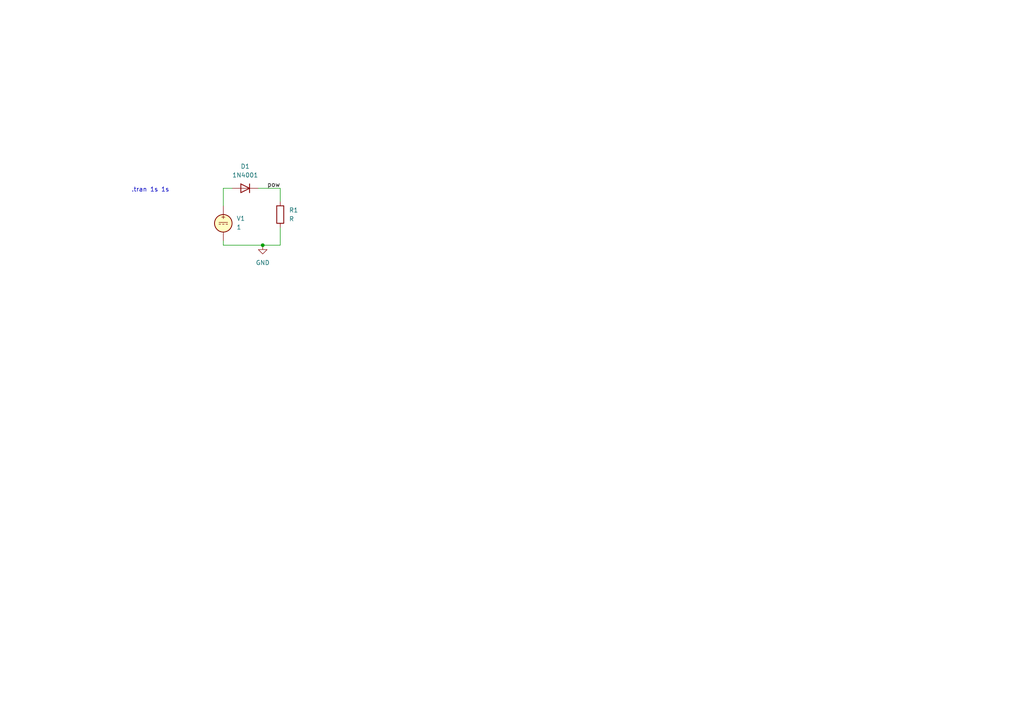
<source format=kicad_sch>
(kicad_sch (version 20230121) (generator eeschema)
  (paper "A4")
  (lib_symbols
    (symbol "Device:R" (pin_numbers hide) (pin_names (offset 0))
      (property "Reference" "R" (at 2.032 0 90))
      (property "Value" "R" (at 0 0 90))
      (symbol "R_0_1"
        (rectangle (start -1.016 -2.54) (end 1.016 2.54) (stroke (width 0.254)))
      )
      (symbol "R_1_1"
        (pin passive line (at 0 3.81 270) (length 1.27) (name "~") (number "1"))
        (pin passive line (at 0 -3.81 90) (length 1.27) (name "~") (number "2"))
      )
    )
    (symbol "Diode:1N4001" (pin_numbers hide) (pin_names hide)
      (property "Reference" "D" (at 0 2.54 0))
      (property "Value" "1N4001" (at 0 -2.54 0))
      (symbol "1N4001_0_1"
        (polyline (pts (xy -1.27 1.27) (xy -1.27 -1.27)) (stroke (width 0.254)))
        (polyline (pts (xy 1.27 0) (xy -1.27 0)))
        (polyline (pts (xy 1.27 1.27) (xy 1.27 -1.27) (xy -1.27 0) (xy 1.27 1.27)) (stroke (width 0.254)))
      )
      (symbol "1N4001_1_1"
        (pin passive line (at -3.81 0 0) (length 2.54) (name "K") (number "1"))
        (pin passive line (at 3.81 0 180) (length 2.54) (name "A") (number "2"))
      )
    )
    (symbol "Simulation_SPICE:VDC" (pin_numbers hide) (pin_names (offset 0.0254))
      (property "Reference" "V" (at 2.54 2.54 0))
      (property "Value" "1" (at 2.54 0 0))
      (symbol "VDC_0_0"
        (polyline (pts (xy -1.27 0.254) (xy 1.27 0.254)))
        (polyline (pts (xy -0.762 -0.254) (xy -1.27 -0.254)))
        (polyline (pts (xy 0.254 -0.254) (xy -0.254 -0.254)))
        (polyline (pts (xy 1.27 -0.254) (xy 0.762 -0.254)))
        (text "+" (at 0 1.905 0) (effects (font (size 1.27 1.27))))
      )
      (symbol "VDC_0_1"
        (circle (center 0 0) (radius 2.54) (stroke (width 0.254)) (fill (type background)))
      )
      (symbol "VDC_1_1"
        (pin passive line (at 0 5.08 270) (length 2.54) (name "~") (number "1"))
        (pin passive line (at 0 -5.08 90) (length 2.54) (name "~") (number "2"))
      )
    )
    (symbol "power:GND" (power) (pin_names (offset 0))
      (property "Value" "GND" (at 0 -3.81 0))
      (symbol "GND_0_1"
        (polyline (pts (xy 0 0) (xy 0 -1.27) (xy 1.27 -1.27) (xy 0 -2.54) (xy -1.27 -1.27) (xy 0 -1.27)))
      )
      (symbol "GND_1_1"
        (pin power_in line (at 0 0 270) (length 0) hide (name "GND") (number "1"))
      )
    )
  )
  (junction (at 76.2 71.12))
  (wire (pts (xy 64.77 71.12) (xy 76.2 71.12)))
  (wire (pts (xy 64.77 54.61) (xy 64.77 59.69)))
  (wire (pts (xy 81.28 71.12) (xy 76.2 71.12)))
  (wire (pts (xy 64.77 71.12) (xy 64.77 69.85)))
  (wire (pts (xy 64.77 54.61) (xy 67.31 54.61)))
  (wire (pts (xy 74.93 54.61) (xy 81.28 54.61)))
  (wire (pts (xy 81.28 66.04) (xy 81.28 71.12)))
  (wire (pts (xy 81.28 54.61) (xy 81.28 58.42)))
  (text ".tran 1s 1s" (at 38.1 55.88 0) (effects (font (size 1.27 1.27)) (justify left bottom)))
  (label "pow" (at 77.47 54.61 0))
  (symbol (lib_id "power:GND") (at 76.2 71.12 0) (unit 1)
    (property "Reference" "#PWR01" (effects hide))
    (property "Value" "GND" (at 76.2 76.2 0))
  )
  (symbol (lib_id "Diode:1N4001") (at 71.12 54.61 0) (mirror y) (unit 1)
    (property "Reference" "D1" (at 71.12 48.26 0))
    (property "Value" "1N4001" (at 71.12 50.8 0))
    (property "Footprint" "Diode_THT:D_DO-41_SOD81_P10.16mm_Horizontal" (effects hide))
    (property "Datasheet" "http://www.vishay.com/docs/88503/1n4001.pdf" (effects hide))
    (property "Sim.Device" "D" (effects hide))
    (property "Sim.Pins" "1=K 2=A" (effects hide))
  )
  (symbol (lib_id "Device:R") (at 81.28 62.23 0) (unit 1)
    (property "Reference" "R1" (at 83.82 60.96 0) (effects (justify left)))
    (property "Value" "R" (at 83.82 63.5 0) (effects (justify left)))
  )
  (symbol (lib_id "Simulation_SPICE:VDC") (at 64.77 64.77 0) (unit 1)
    (property "Reference" "V1" (at 68.58 63.3702 0) (effects (justify left)))
    (property "Value" "1" (at 68.58 65.9102 0) (effects (justify left)))
    (property "Sim.Pins" "1=+ 2=-" (effects hide))
    (property "Sim.Type" "DC" (effects hide))
    (property "Sim.Device" "V" (effects hide))
  )
)
</source>
